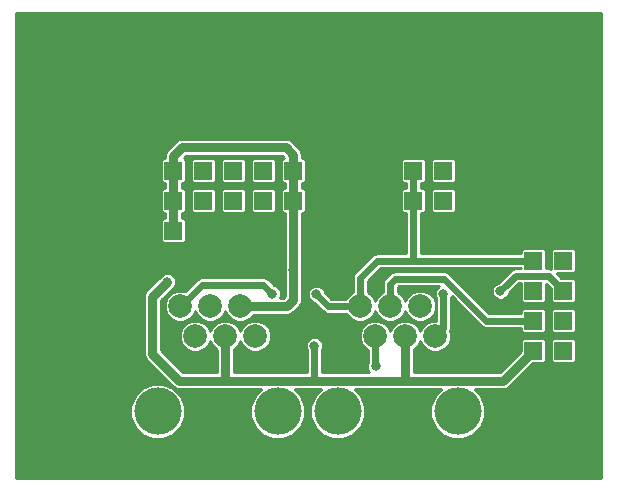
<source format=gbr>
G04 #@! TF.FileFunction,Copper,L1,Top,Signal*
%FSLAX46Y46*%
G04 Gerber Fmt 4.6, Leading zero omitted, Abs format (unit mm)*
G04 Created by KiCad (PCBNEW (2016-09-17 revision 679eef1)-makepkg) date 01/03/17 07:11:09*
%MOMM*%
%LPD*%
G01*
G04 APERTURE LIST*
%ADD10C,0.150000*%
%ADD11C,6.000000*%
%ADD12R,1.524000X1.524000*%
%ADD13C,4.000000*%
%ADD14C,2.000000*%
%ADD15C,0.800000*%
%ADD16C,0.200000*%
%ADD17C,0.600000*%
%ADD18C,0.800000*%
%ADD19C,0.254000*%
G04 APERTURE END LIST*
D10*
D11*
X45720000Y25400000D03*
X5080000Y25400000D03*
X5080000Y5080000D03*
X45720000Y5080000D03*
D12*
X13970000Y24130000D03*
X13970000Y26670000D03*
X16510000Y24130000D03*
X16510000Y26670000D03*
X19050000Y26670000D03*
X19050000Y24130000D03*
X21590000Y24130000D03*
X21590000Y26670000D03*
X24130000Y26670000D03*
X24130000Y24130000D03*
X34290000Y24130000D03*
X34290000Y26670000D03*
X36830000Y24130000D03*
X36830000Y26670000D03*
X11430000Y21590000D03*
X13970000Y21590000D03*
X44450000Y19050000D03*
X46990000Y19050000D03*
X44450000Y16510000D03*
X46990000Y16510000D03*
D13*
X27889200Y6286500D03*
X38049200Y6286500D03*
D14*
X33599200Y12646500D03*
X36139200Y12646500D03*
X31059200Y12646500D03*
X29789200Y15186500D03*
X32329200Y15186500D03*
X34869200Y15186500D03*
X19629200Y15186500D03*
X17089200Y15186500D03*
X14549200Y15186500D03*
X15819200Y12646500D03*
X20899200Y12646500D03*
X18359200Y12646500D03*
D13*
X22809200Y6286500D03*
X12649200Y6286500D03*
D12*
X46990000Y13970000D03*
X44450000Y13970000D03*
X44450000Y11430000D03*
X46990000Y11430000D03*
X3810000Y19050000D03*
X6350000Y19050000D03*
X3810000Y16510000D03*
X6350000Y16510000D03*
X3810000Y13970000D03*
X6350000Y13970000D03*
X3810000Y11430000D03*
X6350000Y11430000D03*
D15*
X29210000Y11938012D03*
X28194000Y11938006D03*
X27178000Y11938008D03*
X24130000Y11937998D03*
X23114000Y11937988D03*
X16256000Y10922000D03*
X16764000Y10160000D03*
X15494000Y10160000D03*
X14986000Y11176000D03*
X13716000Y11176000D03*
X14478000Y10414000D03*
X12192000Y9398000D03*
X25908000Y11839700D03*
X13462000Y17272000D03*
X26060400Y16205200D03*
X22352000Y16256000D03*
X24130000Y18273087D03*
X41656000Y16459200D03*
X36830000Y16256000D03*
X31089602Y10109200D03*
D16*
X27178000Y11938008D02*
X28193998Y11938008D01*
X28193998Y11938008D02*
X28194000Y11938006D01*
X24129990Y11937988D02*
X24130000Y11937998D01*
X23114000Y11937988D02*
X24129990Y11937988D01*
D17*
X16110001Y10776001D02*
X16256000Y10922000D01*
X15385999Y10776001D02*
X16110001Y10776001D01*
X14986000Y11176000D02*
X15385999Y10776001D01*
X15494000Y10160000D02*
X16764000Y10160000D01*
X14478000Y10414000D02*
X13716000Y11176000D01*
X5080000Y5080000D02*
X9398000Y9398000D01*
X9398000Y9398000D02*
X12192000Y9398000D01*
D18*
X33528000Y8886501D02*
X33524501Y8890000D01*
X33524501Y8890000D02*
X29467499Y8890000D01*
X29467499Y8890000D02*
X29464000Y8886501D01*
X29464000Y8886501D02*
X29721499Y8886501D01*
X29464000Y8886501D02*
X25908000Y8886501D01*
X25908000Y8886501D02*
X18288000Y8886501D01*
D17*
X25908000Y11839700D02*
X25908000Y11274015D01*
X25908000Y11274015D02*
X25908000Y8886501D01*
D18*
X41906501Y8886501D02*
X33528000Y8886501D01*
X33528000Y8886501D02*
X33599200Y8957701D01*
X33599200Y8957701D02*
X33599200Y12646500D01*
X18288000Y8886501D02*
X14481499Y8886501D01*
X18288000Y8886501D02*
X18359200Y8957701D01*
X18359200Y8957701D02*
X18359200Y12646500D01*
X44450000Y11430000D02*
X41906501Y8886501D01*
X12949199Y16759199D02*
X13462000Y17272000D01*
X14481499Y8886501D02*
X12192000Y11176000D01*
X12192000Y11176000D02*
X12192000Y16002000D01*
X12192000Y16002000D02*
X12949199Y16759199D01*
D17*
X44450000Y13970000D02*
X40448002Y13970000D01*
X36892002Y17526000D02*
X32766000Y17526000D01*
X40448002Y13970000D02*
X36892002Y17526000D01*
X32766000Y17526000D02*
X32329200Y17089200D01*
X32329200Y17089200D02*
X32329200Y15186500D01*
X26460399Y15805201D02*
X26060400Y16205200D01*
X27079100Y15186500D02*
X26460399Y15805201D01*
X29789200Y15186500D02*
X27079100Y15186500D01*
X14549200Y15186500D02*
X14576900Y15186500D01*
X14576900Y15186500D02*
X16408400Y17018000D01*
X16408400Y17018000D02*
X21590000Y17018000D01*
X21590000Y17018000D02*
X22352000Y16256000D01*
X44450000Y19050000D02*
X34290000Y19050000D01*
X34290000Y19050000D02*
X31242000Y19050000D01*
X34290000Y24130000D02*
X34290000Y19050000D01*
X34290000Y26670000D02*
X34290000Y24130000D01*
X29789200Y17597200D02*
X29789200Y15186500D01*
X31242000Y19050000D02*
X29789200Y17597200D01*
D18*
X13970000Y26670000D02*
X13970000Y27889200D01*
X13970000Y27889200D02*
X14732000Y28651200D01*
X14732000Y28651200D02*
X23469600Y28651200D01*
X23469600Y28651200D02*
X24130000Y27990800D01*
X24130000Y27990800D02*
X24130000Y26670000D01*
X23568500Y15186500D02*
X24130000Y15748000D01*
X24130000Y15748000D02*
X24130000Y18273087D01*
X19629200Y15186500D02*
X23568500Y15186500D01*
X13970000Y24130000D02*
X13970000Y26670000D01*
X13970000Y21590000D02*
X13970000Y24130000D01*
X24130000Y26670000D02*
X24130000Y24130000D01*
X24130000Y18273087D02*
X24130000Y22568000D01*
X24130000Y22568000D02*
X24130000Y24130000D01*
D17*
X42055999Y16859199D02*
X41656000Y16459200D01*
X45727999Y17772001D02*
X42968801Y17772001D01*
X46990000Y16510000D02*
X45727999Y17772001D01*
X42968801Y17772001D02*
X42055999Y16859199D01*
X36830000Y16256000D02*
X36830000Y13337300D01*
X36830000Y13337300D02*
X36139200Y12646500D01*
X31059200Y12646500D02*
X31059200Y10139602D01*
X31059200Y10139602D02*
X31089602Y10109200D01*
D19*
G36*
X50144000Y656000D02*
X656000Y656000D01*
X656000Y5825662D01*
X10321797Y5825662D01*
X10675315Y4970082D01*
X11329339Y4314915D01*
X12184300Y3959904D01*
X13110038Y3959097D01*
X13965618Y4312615D01*
X14620785Y4966639D01*
X14975796Y5821600D01*
X14976603Y6747338D01*
X14623085Y7602918D01*
X13969061Y8258085D01*
X13114100Y8613096D01*
X12188362Y8613903D01*
X11332782Y8260385D01*
X10677615Y7606361D01*
X10322604Y6751400D01*
X10321797Y5825662D01*
X656000Y5825662D01*
X656000Y16002000D01*
X11464999Y16002000D01*
X11465000Y16001995D01*
X11465000Y11176005D01*
X11464999Y11176000D01*
X11477616Y11112574D01*
X11520340Y10897789D01*
X11656010Y10694743D01*
X11677933Y10661933D01*
X13967430Y8372437D01*
X13967432Y8372434D01*
X14065019Y8307229D01*
X14203289Y8214840D01*
X14481499Y8159500D01*
X14481504Y8159501D01*
X18287995Y8159501D01*
X18288000Y8159500D01*
X18288005Y8159501D01*
X21391722Y8159501D01*
X20837615Y7606361D01*
X20482604Y6751400D01*
X20481797Y5825662D01*
X20835315Y4970082D01*
X21489339Y4314915D01*
X22344300Y3959904D01*
X23270038Y3959097D01*
X24125618Y4312615D01*
X24780785Y4966639D01*
X25135796Y5821600D01*
X25136603Y6747338D01*
X24783085Y7602918D01*
X24227473Y8159501D01*
X26471722Y8159501D01*
X25917615Y7606361D01*
X25562604Y6751400D01*
X25561797Y5825662D01*
X25915315Y4970082D01*
X26569339Y4314915D01*
X27424300Y3959904D01*
X28350038Y3959097D01*
X29205618Y4312615D01*
X29860785Y4966639D01*
X30215796Y5821600D01*
X30216603Y6747338D01*
X29863085Y7602918D01*
X29307473Y8159501D01*
X29463995Y8159501D01*
X29464000Y8159500D01*
X29464005Y8159501D01*
X29721499Y8159501D01*
X29739090Y8163000D01*
X33510405Y8163000D01*
X33528000Y8159500D01*
X33528005Y8159501D01*
X36631722Y8159501D01*
X36077615Y7606361D01*
X35722604Y6751400D01*
X35721797Y5825662D01*
X36075315Y4970082D01*
X36729339Y4314915D01*
X37584300Y3959904D01*
X38510038Y3959097D01*
X39365618Y4312615D01*
X40020785Y4966639D01*
X40375796Y5821600D01*
X40376603Y6747338D01*
X40023085Y7602918D01*
X39467473Y8159501D01*
X41906496Y8159501D01*
X41906501Y8159500D01*
X42138553Y8205659D01*
X42184712Y8214841D01*
X42420568Y8372434D01*
X42420569Y8372435D01*
X44382727Y10334594D01*
X45212000Y10334594D01*
X45339589Y10359973D01*
X45447754Y10432246D01*
X45520027Y10540411D01*
X45545406Y10668000D01*
X45545406Y12192000D01*
X45894594Y12192000D01*
X45894594Y10668000D01*
X45919973Y10540411D01*
X45992246Y10432246D01*
X46100411Y10359973D01*
X46228000Y10334594D01*
X47752000Y10334594D01*
X47879589Y10359973D01*
X47987754Y10432246D01*
X48060027Y10540411D01*
X48085406Y10668000D01*
X48085406Y12192000D01*
X48060027Y12319589D01*
X47987754Y12427754D01*
X47879589Y12500027D01*
X47752000Y12525406D01*
X46228000Y12525406D01*
X46100411Y12500027D01*
X45992246Y12427754D01*
X45919973Y12319589D01*
X45894594Y12192000D01*
X45545406Y12192000D01*
X45520027Y12319589D01*
X45447754Y12427754D01*
X45339589Y12500027D01*
X45212000Y12525406D01*
X43688000Y12525406D01*
X43560411Y12500027D01*
X43452246Y12427754D01*
X43379973Y12319589D01*
X43354594Y12192000D01*
X43354594Y11362727D01*
X41605367Y9613501D01*
X34326200Y9613501D01*
X34326200Y11511075D01*
X34349903Y11520869D01*
X34723519Y11893834D01*
X34869309Y12244933D01*
X35013569Y11895797D01*
X35386534Y11522181D01*
X35874085Y11319731D01*
X36401998Y11319271D01*
X36889903Y11520869D01*
X37263519Y11893834D01*
X37465969Y12381385D01*
X37466429Y12909298D01*
X37396576Y13078356D01*
X37409273Y13097358D01*
X37457000Y13337300D01*
X37457000Y15870235D01*
X37516871Y16014419D01*
X40004646Y13526644D01*
X40208059Y13390728D01*
X40448002Y13343000D01*
X43354594Y13343000D01*
X43354594Y13208000D01*
X43379973Y13080411D01*
X43452246Y12972246D01*
X43560411Y12899973D01*
X43688000Y12874594D01*
X45212000Y12874594D01*
X45339589Y12899973D01*
X45447754Y12972246D01*
X45520027Y13080411D01*
X45545406Y13208000D01*
X45545406Y14732000D01*
X45894594Y14732000D01*
X45894594Y13208000D01*
X45919973Y13080411D01*
X45992246Y12972246D01*
X46100411Y12899973D01*
X46228000Y12874594D01*
X47752000Y12874594D01*
X47879589Y12899973D01*
X47987754Y12972246D01*
X48060027Y13080411D01*
X48085406Y13208000D01*
X48085406Y14732000D01*
X48060027Y14859589D01*
X47987754Y14967754D01*
X47879589Y15040027D01*
X47752000Y15065406D01*
X46228000Y15065406D01*
X46100411Y15040027D01*
X45992246Y14967754D01*
X45919973Y14859589D01*
X45894594Y14732000D01*
X45545406Y14732000D01*
X45520027Y14859589D01*
X45447754Y14967754D01*
X45339589Y15040027D01*
X45212000Y15065406D01*
X43688000Y15065406D01*
X43560411Y15040027D01*
X43452246Y14967754D01*
X43379973Y14859589D01*
X43354594Y14732000D01*
X43354594Y14597000D01*
X40707714Y14597000D01*
X37335358Y17969356D01*
X37131945Y18105272D01*
X36892002Y18153000D01*
X32766000Y18153000D01*
X32526057Y18105272D01*
X32322644Y17969356D01*
X31885844Y17532556D01*
X31749928Y17329143D01*
X31702200Y17089200D01*
X31702200Y16363244D01*
X31578497Y16312131D01*
X31204881Y15939166D01*
X31059091Y15588067D01*
X30914831Y15937203D01*
X30541866Y16310819D01*
X30416200Y16363000D01*
X30416200Y17337488D01*
X31501712Y18423000D01*
X43354594Y18423000D01*
X43354594Y18399001D01*
X42968801Y18399001D01*
X42728859Y18351274D01*
X42525445Y18215357D01*
X41485422Y17175334D01*
X41244725Y17075880D01*
X41040039Y16871550D01*
X40929126Y16604444D01*
X40928874Y16315225D01*
X41039320Y16047925D01*
X41243650Y15843239D01*
X41510756Y15732326D01*
X41799975Y15732074D01*
X42067275Y15842520D01*
X42271961Y16046850D01*
X42372511Y16288999D01*
X43228513Y17145001D01*
X43354594Y17145001D01*
X43354594Y15748000D01*
X43379973Y15620411D01*
X43452246Y15512246D01*
X43560411Y15439973D01*
X43688000Y15414594D01*
X45212000Y15414594D01*
X45339589Y15439973D01*
X45447754Y15512246D01*
X45520027Y15620411D01*
X45545406Y15748000D01*
X45545406Y17067882D01*
X45894594Y16718694D01*
X45894594Y15748000D01*
X45919973Y15620411D01*
X45992246Y15512246D01*
X46100411Y15439973D01*
X46228000Y15414594D01*
X47752000Y15414594D01*
X47879589Y15439973D01*
X47987754Y15512246D01*
X48060027Y15620411D01*
X48085406Y15748000D01*
X48085406Y17272000D01*
X48060027Y17399589D01*
X47987754Y17507754D01*
X47879589Y17580027D01*
X47752000Y17605406D01*
X46781306Y17605406D01*
X46432118Y17954594D01*
X47752000Y17954594D01*
X47879589Y17979973D01*
X47987754Y18052246D01*
X48060027Y18160411D01*
X48085406Y18288000D01*
X48085406Y19812000D01*
X48060027Y19939589D01*
X47987754Y20047754D01*
X47879589Y20120027D01*
X47752000Y20145406D01*
X46228000Y20145406D01*
X46100411Y20120027D01*
X45992246Y20047754D01*
X45919973Y19939589D01*
X45894594Y19812000D01*
X45894594Y18365863D01*
X45727999Y18399001D01*
X45545406Y18399001D01*
X45545406Y19812000D01*
X45520027Y19939589D01*
X45447754Y20047754D01*
X45339589Y20120027D01*
X45212000Y20145406D01*
X43688000Y20145406D01*
X43560411Y20120027D01*
X43452246Y20047754D01*
X43379973Y19939589D01*
X43354594Y19812000D01*
X43354594Y19677000D01*
X34917000Y19677000D01*
X34917000Y23034594D01*
X35052000Y23034594D01*
X35179589Y23059973D01*
X35287754Y23132246D01*
X35360027Y23240411D01*
X35385406Y23368000D01*
X35385406Y24892000D01*
X35734594Y24892000D01*
X35734594Y23368000D01*
X35759973Y23240411D01*
X35832246Y23132246D01*
X35940411Y23059973D01*
X36068000Y23034594D01*
X37592000Y23034594D01*
X37719589Y23059973D01*
X37827754Y23132246D01*
X37900027Y23240411D01*
X37925406Y23368000D01*
X37925406Y24892000D01*
X37900027Y25019589D01*
X37827754Y25127754D01*
X37719589Y25200027D01*
X37592000Y25225406D01*
X36068000Y25225406D01*
X35940411Y25200027D01*
X35832246Y25127754D01*
X35759973Y25019589D01*
X35734594Y24892000D01*
X35385406Y24892000D01*
X35360027Y25019589D01*
X35287754Y25127754D01*
X35179589Y25200027D01*
X35052000Y25225406D01*
X34917000Y25225406D01*
X34917000Y25574594D01*
X35052000Y25574594D01*
X35179589Y25599973D01*
X35287754Y25672246D01*
X35360027Y25780411D01*
X35385406Y25908000D01*
X35385406Y27432000D01*
X35734594Y27432000D01*
X35734594Y25908000D01*
X35759973Y25780411D01*
X35832246Y25672246D01*
X35940411Y25599973D01*
X36068000Y25574594D01*
X37592000Y25574594D01*
X37719589Y25599973D01*
X37827754Y25672246D01*
X37900027Y25780411D01*
X37925406Y25908000D01*
X37925406Y27432000D01*
X37900027Y27559589D01*
X37827754Y27667754D01*
X37719589Y27740027D01*
X37592000Y27765406D01*
X36068000Y27765406D01*
X35940411Y27740027D01*
X35832246Y27667754D01*
X35759973Y27559589D01*
X35734594Y27432000D01*
X35385406Y27432000D01*
X35360027Y27559589D01*
X35287754Y27667754D01*
X35179589Y27740027D01*
X35052000Y27765406D01*
X33528000Y27765406D01*
X33400411Y27740027D01*
X33292246Y27667754D01*
X33219973Y27559589D01*
X33194594Y27432000D01*
X33194594Y25908000D01*
X33219973Y25780411D01*
X33292246Y25672246D01*
X33400411Y25599973D01*
X33528000Y25574594D01*
X33663000Y25574594D01*
X33663000Y25225406D01*
X33528000Y25225406D01*
X33400411Y25200027D01*
X33292246Y25127754D01*
X33219973Y25019589D01*
X33194594Y24892000D01*
X33194594Y23368000D01*
X33219973Y23240411D01*
X33292246Y23132246D01*
X33400411Y23059973D01*
X33528000Y23034594D01*
X33663000Y23034594D01*
X33663000Y19677000D01*
X31242000Y19677000D01*
X31002057Y19629272D01*
X30798644Y19493356D01*
X29345844Y18040556D01*
X29209928Y17837143D01*
X29162200Y17597200D01*
X29162200Y16363244D01*
X29038497Y16312131D01*
X28664881Y15939166D01*
X28612700Y15813500D01*
X27338812Y15813500D01*
X26776534Y16375778D01*
X26677080Y16616475D01*
X26472750Y16821161D01*
X26205644Y16932074D01*
X25916425Y16932326D01*
X25649125Y16821880D01*
X25444439Y16617550D01*
X25333526Y16350444D01*
X25333274Y16061225D01*
X25443720Y15793925D01*
X25648050Y15589239D01*
X25890199Y15488689D01*
X26635744Y14743144D01*
X26839157Y14607228D01*
X27079100Y14559500D01*
X28612456Y14559500D01*
X28663569Y14435797D01*
X29036534Y14062181D01*
X29524085Y13859731D01*
X30051998Y13859271D01*
X30539903Y14060869D01*
X30913519Y14433834D01*
X31059309Y14784933D01*
X31203569Y14435797D01*
X31576534Y14062181D01*
X32064085Y13859731D01*
X32591998Y13859271D01*
X33079903Y14060869D01*
X33453519Y14433834D01*
X33599309Y14784933D01*
X33743569Y14435797D01*
X34116534Y14062181D01*
X34604085Y13859731D01*
X35131998Y13859271D01*
X35619903Y14060869D01*
X35993519Y14433834D01*
X36195969Y14921385D01*
X36196429Y15449298D01*
X35994831Y15937203D01*
X35621866Y16310819D01*
X35134315Y16513269D01*
X34606402Y16513729D01*
X34118497Y16312131D01*
X33744881Y15939166D01*
X33599091Y15588067D01*
X33454831Y15937203D01*
X33081866Y16310819D01*
X32956200Y16363000D01*
X32956200Y16829488D01*
X33025712Y16899000D01*
X36482424Y16899000D01*
X36418725Y16872680D01*
X36214039Y16668350D01*
X36103126Y16401244D01*
X36102874Y16112025D01*
X36203000Y15869701D01*
X36203000Y13973444D01*
X35876402Y13973729D01*
X35388497Y13772131D01*
X35014881Y13399166D01*
X34869091Y13048067D01*
X34724831Y13397203D01*
X34351866Y13770819D01*
X33864315Y13973269D01*
X33336402Y13973729D01*
X32848497Y13772131D01*
X32474881Y13399166D01*
X32329091Y13048067D01*
X32184831Y13397203D01*
X31811866Y13770819D01*
X31324315Y13973269D01*
X30796402Y13973729D01*
X30308497Y13772131D01*
X29934881Y13399166D01*
X29732431Y12911615D01*
X29731971Y12383702D01*
X29933569Y11895797D01*
X30306534Y11522181D01*
X30432200Y11470000D01*
X30432200Y10421750D01*
X30362728Y10254444D01*
X30362476Y9965225D01*
X30472922Y9697925D01*
X30553706Y9617000D01*
X29467499Y9617000D01*
X29449908Y9613501D01*
X26535000Y9613501D01*
X26535000Y11453935D01*
X26634874Y11694456D01*
X26635126Y11983675D01*
X26524680Y12250975D01*
X26320350Y12455661D01*
X26053244Y12566574D01*
X25764025Y12566826D01*
X25496725Y12456380D01*
X25292039Y12252050D01*
X25181126Y11984944D01*
X25180874Y11695725D01*
X25281000Y11453401D01*
X25281000Y9613501D01*
X19086200Y9613501D01*
X19086200Y11511075D01*
X19109903Y11520869D01*
X19483519Y11893834D01*
X19629309Y12244933D01*
X19773569Y11895797D01*
X20146534Y11522181D01*
X20634085Y11319731D01*
X21161998Y11319271D01*
X21649903Y11520869D01*
X22023519Y11893834D01*
X22225969Y12381385D01*
X22226429Y12909298D01*
X22024831Y13397203D01*
X21651866Y13770819D01*
X21164315Y13973269D01*
X20636402Y13973729D01*
X20148497Y13772131D01*
X19774881Y13399166D01*
X19629091Y13048067D01*
X19484831Y13397203D01*
X19111866Y13770819D01*
X18624315Y13973269D01*
X18096402Y13973729D01*
X17608497Y13772131D01*
X17234881Y13399166D01*
X17089091Y13048067D01*
X16944831Y13397203D01*
X16571866Y13770819D01*
X16084315Y13973269D01*
X15556402Y13973729D01*
X15068497Y13772131D01*
X14694881Y13399166D01*
X14492431Y12911615D01*
X14491971Y12383702D01*
X14693569Y11895797D01*
X15066534Y11522181D01*
X15554085Y11319731D01*
X16081998Y11319271D01*
X16569903Y11520869D01*
X16943519Y11893834D01*
X17089309Y12244933D01*
X17233569Y11895797D01*
X17606534Y11522181D01*
X17632200Y11511523D01*
X17632200Y9613501D01*
X14782632Y9613501D01*
X12919000Y11477134D01*
X12919000Y15700866D01*
X13976067Y16757933D01*
X13976067Y16757934D01*
X14077961Y16859650D01*
X14188874Y17126756D01*
X14189126Y17415975D01*
X14078680Y17683275D01*
X13874350Y17887961D01*
X13607244Y17998874D01*
X13318025Y17999126D01*
X13050725Y17888680D01*
X12846039Y17684350D01*
X12845913Y17684047D01*
X11677933Y16516067D01*
X11520340Y16280211D01*
X11516731Y16262067D01*
X11464999Y16002000D01*
X656000Y16002000D01*
X656000Y27432000D01*
X12874594Y27432000D01*
X12874594Y25908000D01*
X12899973Y25780411D01*
X12972246Y25672246D01*
X13080411Y25599973D01*
X13208000Y25574594D01*
X13243000Y25574594D01*
X13243000Y25225406D01*
X13208000Y25225406D01*
X13080411Y25200027D01*
X12972246Y25127754D01*
X12899973Y25019589D01*
X12874594Y24892000D01*
X12874594Y23368000D01*
X12899973Y23240411D01*
X12972246Y23132246D01*
X13080411Y23059973D01*
X13208000Y23034594D01*
X13243000Y23034594D01*
X13243000Y22685406D01*
X13208000Y22685406D01*
X13080411Y22660027D01*
X12972246Y22587754D01*
X12899973Y22479589D01*
X12874594Y22352000D01*
X12874594Y20828000D01*
X12899973Y20700411D01*
X12972246Y20592246D01*
X13080411Y20519973D01*
X13208000Y20494594D01*
X14732000Y20494594D01*
X14859589Y20519973D01*
X14967754Y20592246D01*
X15040027Y20700411D01*
X15065406Y20828000D01*
X15065406Y22352000D01*
X15040027Y22479589D01*
X14967754Y22587754D01*
X14859589Y22660027D01*
X14732000Y22685406D01*
X14697000Y22685406D01*
X14697000Y23034594D01*
X14732000Y23034594D01*
X14859589Y23059973D01*
X14967754Y23132246D01*
X15040027Y23240411D01*
X15065406Y23368000D01*
X15065406Y24892000D01*
X15414594Y24892000D01*
X15414594Y23368000D01*
X15439973Y23240411D01*
X15512246Y23132246D01*
X15620411Y23059973D01*
X15748000Y23034594D01*
X17272000Y23034594D01*
X17399589Y23059973D01*
X17507754Y23132246D01*
X17580027Y23240411D01*
X17605406Y23368000D01*
X17605406Y24892000D01*
X17954594Y24892000D01*
X17954594Y23368000D01*
X17979973Y23240411D01*
X18052246Y23132246D01*
X18160411Y23059973D01*
X18288000Y23034594D01*
X19812000Y23034594D01*
X19939589Y23059973D01*
X20047754Y23132246D01*
X20120027Y23240411D01*
X20145406Y23368000D01*
X20145406Y24892000D01*
X20494594Y24892000D01*
X20494594Y23368000D01*
X20519973Y23240411D01*
X20592246Y23132246D01*
X20700411Y23059973D01*
X20828000Y23034594D01*
X22352000Y23034594D01*
X22479589Y23059973D01*
X22587754Y23132246D01*
X22660027Y23240411D01*
X22685406Y23368000D01*
X22685406Y24892000D01*
X22660027Y25019589D01*
X22587754Y25127754D01*
X22479589Y25200027D01*
X22352000Y25225406D01*
X20828000Y25225406D01*
X20700411Y25200027D01*
X20592246Y25127754D01*
X20519973Y25019589D01*
X20494594Y24892000D01*
X20145406Y24892000D01*
X20120027Y25019589D01*
X20047754Y25127754D01*
X19939589Y25200027D01*
X19812000Y25225406D01*
X18288000Y25225406D01*
X18160411Y25200027D01*
X18052246Y25127754D01*
X17979973Y25019589D01*
X17954594Y24892000D01*
X17605406Y24892000D01*
X17580027Y25019589D01*
X17507754Y25127754D01*
X17399589Y25200027D01*
X17272000Y25225406D01*
X15748000Y25225406D01*
X15620411Y25200027D01*
X15512246Y25127754D01*
X15439973Y25019589D01*
X15414594Y24892000D01*
X15065406Y24892000D01*
X15040027Y25019589D01*
X14967754Y25127754D01*
X14859589Y25200027D01*
X14732000Y25225406D01*
X14697000Y25225406D01*
X14697000Y25574594D01*
X14732000Y25574594D01*
X14859589Y25599973D01*
X14967754Y25672246D01*
X15040027Y25780411D01*
X15065406Y25908000D01*
X15065406Y27432000D01*
X15414594Y27432000D01*
X15414594Y25908000D01*
X15439973Y25780411D01*
X15512246Y25672246D01*
X15620411Y25599973D01*
X15748000Y25574594D01*
X17272000Y25574594D01*
X17399589Y25599973D01*
X17507754Y25672246D01*
X17580027Y25780411D01*
X17605406Y25908000D01*
X17605406Y27432000D01*
X17954594Y27432000D01*
X17954594Y25908000D01*
X17979973Y25780411D01*
X18052246Y25672246D01*
X18160411Y25599973D01*
X18288000Y25574594D01*
X19812000Y25574594D01*
X19939589Y25599973D01*
X20047754Y25672246D01*
X20120027Y25780411D01*
X20145406Y25908000D01*
X20145406Y27432000D01*
X20494594Y27432000D01*
X20494594Y25908000D01*
X20519973Y25780411D01*
X20592246Y25672246D01*
X20700411Y25599973D01*
X20828000Y25574594D01*
X22352000Y25574594D01*
X22479589Y25599973D01*
X22587754Y25672246D01*
X22660027Y25780411D01*
X22685406Y25908000D01*
X22685406Y27432000D01*
X22660027Y27559589D01*
X22587754Y27667754D01*
X22479589Y27740027D01*
X22352000Y27765406D01*
X20828000Y27765406D01*
X20700411Y27740027D01*
X20592246Y27667754D01*
X20519973Y27559589D01*
X20494594Y27432000D01*
X20145406Y27432000D01*
X20120027Y27559589D01*
X20047754Y27667754D01*
X19939589Y27740027D01*
X19812000Y27765406D01*
X18288000Y27765406D01*
X18160411Y27740027D01*
X18052246Y27667754D01*
X17979973Y27559589D01*
X17954594Y27432000D01*
X17605406Y27432000D01*
X17580027Y27559589D01*
X17507754Y27667754D01*
X17399589Y27740027D01*
X17272000Y27765406D01*
X15748000Y27765406D01*
X15620411Y27740027D01*
X15512246Y27667754D01*
X15439973Y27559589D01*
X15414594Y27432000D01*
X15065406Y27432000D01*
X15040027Y27559589D01*
X14967754Y27667754D01*
X14859589Y27740027D01*
X14850724Y27741790D01*
X15033133Y27924200D01*
X23168466Y27924200D01*
X23334020Y27758647D01*
X23240411Y27740027D01*
X23132246Y27667754D01*
X23059973Y27559589D01*
X23034594Y27432000D01*
X23034594Y25908000D01*
X23059973Y25780411D01*
X23132246Y25672246D01*
X23240411Y25599973D01*
X23368000Y25574594D01*
X23403000Y25574594D01*
X23403000Y25225406D01*
X23368000Y25225406D01*
X23240411Y25200027D01*
X23132246Y25127754D01*
X23059973Y25019589D01*
X23034594Y24892000D01*
X23034594Y23368000D01*
X23059973Y23240411D01*
X23132246Y23132246D01*
X23240411Y23059973D01*
X23368000Y23034594D01*
X23403000Y23034594D01*
X23403000Y18273722D01*
X23402874Y18129112D01*
X23403000Y18128807D01*
X23403000Y16049134D01*
X23267366Y15913500D01*
X22996965Y15913500D01*
X23078874Y16110756D01*
X23079126Y16399975D01*
X22968680Y16667275D01*
X22764350Y16871961D01*
X22522201Y16972511D01*
X22033356Y17461356D01*
X21936609Y17526000D01*
X21829943Y17597272D01*
X21590000Y17645000D01*
X16408400Y17645000D01*
X16168457Y17597272D01*
X16061791Y17526000D01*
X15965044Y17461356D01*
X14957501Y16453813D01*
X14814315Y16513269D01*
X14286402Y16513729D01*
X13798497Y16312131D01*
X13424881Y15939166D01*
X13222431Y15451615D01*
X13221971Y14923702D01*
X13423569Y14435797D01*
X13796534Y14062181D01*
X14284085Y13859731D01*
X14811998Y13859271D01*
X15299903Y14060869D01*
X15673519Y14433834D01*
X15819309Y14784933D01*
X15963569Y14435797D01*
X16336534Y14062181D01*
X16824085Y13859731D01*
X17351998Y13859271D01*
X17839903Y14060869D01*
X18213519Y14433834D01*
X18359309Y14784933D01*
X18503569Y14435797D01*
X18876534Y14062181D01*
X19364085Y13859731D01*
X19891998Y13859271D01*
X20379903Y14060869D01*
X20753519Y14433834D01*
X20764177Y14459500D01*
X23568495Y14459500D01*
X23568500Y14459499D01*
X23800552Y14505658D01*
X23846711Y14514840D01*
X24082567Y14672433D01*
X24644067Y15233933D01*
X24671506Y15274999D01*
X24801660Y15469789D01*
X24813463Y15529126D01*
X24857001Y15748000D01*
X24857000Y15748005D01*
X24857000Y18272453D01*
X24857126Y18417062D01*
X24857000Y18417367D01*
X24857000Y23034594D01*
X24892000Y23034594D01*
X25019589Y23059973D01*
X25127754Y23132246D01*
X25200027Y23240411D01*
X25225406Y23368000D01*
X25225406Y24892000D01*
X25200027Y25019589D01*
X25127754Y25127754D01*
X25019589Y25200027D01*
X24892000Y25225406D01*
X24857000Y25225406D01*
X24857000Y25574594D01*
X24892000Y25574594D01*
X25019589Y25599973D01*
X25127754Y25672246D01*
X25200027Y25780411D01*
X25225406Y25908000D01*
X25225406Y27432000D01*
X25200027Y27559589D01*
X25127754Y27667754D01*
X25019589Y27740027D01*
X24892000Y27765406D01*
X24857000Y27765406D01*
X24857000Y27990795D01*
X24857001Y27990800D01*
X24801660Y28269010D01*
X24801660Y28269011D01*
X24644067Y28504867D01*
X24644064Y28504869D01*
X23983667Y29165267D01*
X23747811Y29322860D01*
X23701652Y29332042D01*
X23469600Y29378201D01*
X23469595Y29378200D01*
X14732005Y29378200D01*
X14732000Y29378201D01*
X14499948Y29332042D01*
X14453789Y29322860D01*
X14217933Y29165267D01*
X14217931Y29165264D01*
X13455933Y28403267D01*
X13298340Y28167411D01*
X13292317Y28137133D01*
X13242999Y27889200D01*
X13243000Y27889195D01*
X13243000Y27765406D01*
X13208000Y27765406D01*
X13080411Y27740027D01*
X12972246Y27667754D01*
X12899973Y27559589D01*
X12874594Y27432000D01*
X656000Y27432000D01*
X656000Y39984000D01*
X50144000Y39984000D01*
X50144000Y656000D01*
X50144000Y656000D01*
G37*
X50144000Y656000D02*
X656000Y656000D01*
X656000Y5825662D01*
X10321797Y5825662D01*
X10675315Y4970082D01*
X11329339Y4314915D01*
X12184300Y3959904D01*
X13110038Y3959097D01*
X13965618Y4312615D01*
X14620785Y4966639D01*
X14975796Y5821600D01*
X14976603Y6747338D01*
X14623085Y7602918D01*
X13969061Y8258085D01*
X13114100Y8613096D01*
X12188362Y8613903D01*
X11332782Y8260385D01*
X10677615Y7606361D01*
X10322604Y6751400D01*
X10321797Y5825662D01*
X656000Y5825662D01*
X656000Y16002000D01*
X11464999Y16002000D01*
X11465000Y16001995D01*
X11465000Y11176005D01*
X11464999Y11176000D01*
X11477616Y11112574D01*
X11520340Y10897789D01*
X11656010Y10694743D01*
X11677933Y10661933D01*
X13967430Y8372437D01*
X13967432Y8372434D01*
X14065019Y8307229D01*
X14203289Y8214840D01*
X14481499Y8159500D01*
X14481504Y8159501D01*
X18287995Y8159501D01*
X18288000Y8159500D01*
X18288005Y8159501D01*
X21391722Y8159501D01*
X20837615Y7606361D01*
X20482604Y6751400D01*
X20481797Y5825662D01*
X20835315Y4970082D01*
X21489339Y4314915D01*
X22344300Y3959904D01*
X23270038Y3959097D01*
X24125618Y4312615D01*
X24780785Y4966639D01*
X25135796Y5821600D01*
X25136603Y6747338D01*
X24783085Y7602918D01*
X24227473Y8159501D01*
X26471722Y8159501D01*
X25917615Y7606361D01*
X25562604Y6751400D01*
X25561797Y5825662D01*
X25915315Y4970082D01*
X26569339Y4314915D01*
X27424300Y3959904D01*
X28350038Y3959097D01*
X29205618Y4312615D01*
X29860785Y4966639D01*
X30215796Y5821600D01*
X30216603Y6747338D01*
X29863085Y7602918D01*
X29307473Y8159501D01*
X29463995Y8159501D01*
X29464000Y8159500D01*
X29464005Y8159501D01*
X29721499Y8159501D01*
X29739090Y8163000D01*
X33510405Y8163000D01*
X33528000Y8159500D01*
X33528005Y8159501D01*
X36631722Y8159501D01*
X36077615Y7606361D01*
X35722604Y6751400D01*
X35721797Y5825662D01*
X36075315Y4970082D01*
X36729339Y4314915D01*
X37584300Y3959904D01*
X38510038Y3959097D01*
X39365618Y4312615D01*
X40020785Y4966639D01*
X40375796Y5821600D01*
X40376603Y6747338D01*
X40023085Y7602918D01*
X39467473Y8159501D01*
X41906496Y8159501D01*
X41906501Y8159500D01*
X42138553Y8205659D01*
X42184712Y8214841D01*
X42420568Y8372434D01*
X42420569Y8372435D01*
X44382727Y10334594D01*
X45212000Y10334594D01*
X45339589Y10359973D01*
X45447754Y10432246D01*
X45520027Y10540411D01*
X45545406Y10668000D01*
X45545406Y12192000D01*
X45894594Y12192000D01*
X45894594Y10668000D01*
X45919973Y10540411D01*
X45992246Y10432246D01*
X46100411Y10359973D01*
X46228000Y10334594D01*
X47752000Y10334594D01*
X47879589Y10359973D01*
X47987754Y10432246D01*
X48060027Y10540411D01*
X48085406Y10668000D01*
X48085406Y12192000D01*
X48060027Y12319589D01*
X47987754Y12427754D01*
X47879589Y12500027D01*
X47752000Y12525406D01*
X46228000Y12525406D01*
X46100411Y12500027D01*
X45992246Y12427754D01*
X45919973Y12319589D01*
X45894594Y12192000D01*
X45545406Y12192000D01*
X45520027Y12319589D01*
X45447754Y12427754D01*
X45339589Y12500027D01*
X45212000Y12525406D01*
X43688000Y12525406D01*
X43560411Y12500027D01*
X43452246Y12427754D01*
X43379973Y12319589D01*
X43354594Y12192000D01*
X43354594Y11362727D01*
X41605367Y9613501D01*
X34326200Y9613501D01*
X34326200Y11511075D01*
X34349903Y11520869D01*
X34723519Y11893834D01*
X34869309Y12244933D01*
X35013569Y11895797D01*
X35386534Y11522181D01*
X35874085Y11319731D01*
X36401998Y11319271D01*
X36889903Y11520869D01*
X37263519Y11893834D01*
X37465969Y12381385D01*
X37466429Y12909298D01*
X37396576Y13078356D01*
X37409273Y13097358D01*
X37457000Y13337300D01*
X37457000Y15870235D01*
X37516871Y16014419D01*
X40004646Y13526644D01*
X40208059Y13390728D01*
X40448002Y13343000D01*
X43354594Y13343000D01*
X43354594Y13208000D01*
X43379973Y13080411D01*
X43452246Y12972246D01*
X43560411Y12899973D01*
X43688000Y12874594D01*
X45212000Y12874594D01*
X45339589Y12899973D01*
X45447754Y12972246D01*
X45520027Y13080411D01*
X45545406Y13208000D01*
X45545406Y14732000D01*
X45894594Y14732000D01*
X45894594Y13208000D01*
X45919973Y13080411D01*
X45992246Y12972246D01*
X46100411Y12899973D01*
X46228000Y12874594D01*
X47752000Y12874594D01*
X47879589Y12899973D01*
X47987754Y12972246D01*
X48060027Y13080411D01*
X48085406Y13208000D01*
X48085406Y14732000D01*
X48060027Y14859589D01*
X47987754Y14967754D01*
X47879589Y15040027D01*
X47752000Y15065406D01*
X46228000Y15065406D01*
X46100411Y15040027D01*
X45992246Y14967754D01*
X45919973Y14859589D01*
X45894594Y14732000D01*
X45545406Y14732000D01*
X45520027Y14859589D01*
X45447754Y14967754D01*
X45339589Y15040027D01*
X45212000Y15065406D01*
X43688000Y15065406D01*
X43560411Y15040027D01*
X43452246Y14967754D01*
X43379973Y14859589D01*
X43354594Y14732000D01*
X43354594Y14597000D01*
X40707714Y14597000D01*
X37335358Y17969356D01*
X37131945Y18105272D01*
X36892002Y18153000D01*
X32766000Y18153000D01*
X32526057Y18105272D01*
X32322644Y17969356D01*
X31885844Y17532556D01*
X31749928Y17329143D01*
X31702200Y17089200D01*
X31702200Y16363244D01*
X31578497Y16312131D01*
X31204881Y15939166D01*
X31059091Y15588067D01*
X30914831Y15937203D01*
X30541866Y16310819D01*
X30416200Y16363000D01*
X30416200Y17337488D01*
X31501712Y18423000D01*
X43354594Y18423000D01*
X43354594Y18399001D01*
X42968801Y18399001D01*
X42728859Y18351274D01*
X42525445Y18215357D01*
X41485422Y17175334D01*
X41244725Y17075880D01*
X41040039Y16871550D01*
X40929126Y16604444D01*
X40928874Y16315225D01*
X41039320Y16047925D01*
X41243650Y15843239D01*
X41510756Y15732326D01*
X41799975Y15732074D01*
X42067275Y15842520D01*
X42271961Y16046850D01*
X42372511Y16288999D01*
X43228513Y17145001D01*
X43354594Y17145001D01*
X43354594Y15748000D01*
X43379973Y15620411D01*
X43452246Y15512246D01*
X43560411Y15439973D01*
X43688000Y15414594D01*
X45212000Y15414594D01*
X45339589Y15439973D01*
X45447754Y15512246D01*
X45520027Y15620411D01*
X45545406Y15748000D01*
X45545406Y17067882D01*
X45894594Y16718694D01*
X45894594Y15748000D01*
X45919973Y15620411D01*
X45992246Y15512246D01*
X46100411Y15439973D01*
X46228000Y15414594D01*
X47752000Y15414594D01*
X47879589Y15439973D01*
X47987754Y15512246D01*
X48060027Y15620411D01*
X48085406Y15748000D01*
X48085406Y17272000D01*
X48060027Y17399589D01*
X47987754Y17507754D01*
X47879589Y17580027D01*
X47752000Y17605406D01*
X46781306Y17605406D01*
X46432118Y17954594D01*
X47752000Y17954594D01*
X47879589Y17979973D01*
X47987754Y18052246D01*
X48060027Y18160411D01*
X48085406Y18288000D01*
X48085406Y19812000D01*
X48060027Y19939589D01*
X47987754Y20047754D01*
X47879589Y20120027D01*
X47752000Y20145406D01*
X46228000Y20145406D01*
X46100411Y20120027D01*
X45992246Y20047754D01*
X45919973Y19939589D01*
X45894594Y19812000D01*
X45894594Y18365863D01*
X45727999Y18399001D01*
X45545406Y18399001D01*
X45545406Y19812000D01*
X45520027Y19939589D01*
X45447754Y20047754D01*
X45339589Y20120027D01*
X45212000Y20145406D01*
X43688000Y20145406D01*
X43560411Y20120027D01*
X43452246Y20047754D01*
X43379973Y19939589D01*
X43354594Y19812000D01*
X43354594Y19677000D01*
X34917000Y19677000D01*
X34917000Y23034594D01*
X35052000Y23034594D01*
X35179589Y23059973D01*
X35287754Y23132246D01*
X35360027Y23240411D01*
X35385406Y23368000D01*
X35385406Y24892000D01*
X35734594Y24892000D01*
X35734594Y23368000D01*
X35759973Y23240411D01*
X35832246Y23132246D01*
X35940411Y23059973D01*
X36068000Y23034594D01*
X37592000Y23034594D01*
X37719589Y23059973D01*
X37827754Y23132246D01*
X37900027Y23240411D01*
X37925406Y23368000D01*
X37925406Y24892000D01*
X37900027Y25019589D01*
X37827754Y25127754D01*
X37719589Y25200027D01*
X37592000Y25225406D01*
X36068000Y25225406D01*
X35940411Y25200027D01*
X35832246Y25127754D01*
X35759973Y25019589D01*
X35734594Y24892000D01*
X35385406Y24892000D01*
X35360027Y25019589D01*
X35287754Y25127754D01*
X35179589Y25200027D01*
X35052000Y25225406D01*
X34917000Y25225406D01*
X34917000Y25574594D01*
X35052000Y25574594D01*
X35179589Y25599973D01*
X35287754Y25672246D01*
X35360027Y25780411D01*
X35385406Y25908000D01*
X35385406Y27432000D01*
X35734594Y27432000D01*
X35734594Y25908000D01*
X35759973Y25780411D01*
X35832246Y25672246D01*
X35940411Y25599973D01*
X36068000Y25574594D01*
X37592000Y25574594D01*
X37719589Y25599973D01*
X37827754Y25672246D01*
X37900027Y25780411D01*
X37925406Y25908000D01*
X37925406Y27432000D01*
X37900027Y27559589D01*
X37827754Y27667754D01*
X37719589Y27740027D01*
X37592000Y27765406D01*
X36068000Y27765406D01*
X35940411Y27740027D01*
X35832246Y27667754D01*
X35759973Y27559589D01*
X35734594Y27432000D01*
X35385406Y27432000D01*
X35360027Y27559589D01*
X35287754Y27667754D01*
X35179589Y27740027D01*
X35052000Y27765406D01*
X33528000Y27765406D01*
X33400411Y27740027D01*
X33292246Y27667754D01*
X33219973Y27559589D01*
X33194594Y27432000D01*
X33194594Y25908000D01*
X33219973Y25780411D01*
X33292246Y25672246D01*
X33400411Y25599973D01*
X33528000Y25574594D01*
X33663000Y25574594D01*
X33663000Y25225406D01*
X33528000Y25225406D01*
X33400411Y25200027D01*
X33292246Y25127754D01*
X33219973Y25019589D01*
X33194594Y24892000D01*
X33194594Y23368000D01*
X33219973Y23240411D01*
X33292246Y23132246D01*
X33400411Y23059973D01*
X33528000Y23034594D01*
X33663000Y23034594D01*
X33663000Y19677000D01*
X31242000Y19677000D01*
X31002057Y19629272D01*
X30798644Y19493356D01*
X29345844Y18040556D01*
X29209928Y17837143D01*
X29162200Y17597200D01*
X29162200Y16363244D01*
X29038497Y16312131D01*
X28664881Y15939166D01*
X28612700Y15813500D01*
X27338812Y15813500D01*
X26776534Y16375778D01*
X26677080Y16616475D01*
X26472750Y16821161D01*
X26205644Y16932074D01*
X25916425Y16932326D01*
X25649125Y16821880D01*
X25444439Y16617550D01*
X25333526Y16350444D01*
X25333274Y16061225D01*
X25443720Y15793925D01*
X25648050Y15589239D01*
X25890199Y15488689D01*
X26635744Y14743144D01*
X26839157Y14607228D01*
X27079100Y14559500D01*
X28612456Y14559500D01*
X28663569Y14435797D01*
X29036534Y14062181D01*
X29524085Y13859731D01*
X30051998Y13859271D01*
X30539903Y14060869D01*
X30913519Y14433834D01*
X31059309Y14784933D01*
X31203569Y14435797D01*
X31576534Y14062181D01*
X32064085Y13859731D01*
X32591998Y13859271D01*
X33079903Y14060869D01*
X33453519Y14433834D01*
X33599309Y14784933D01*
X33743569Y14435797D01*
X34116534Y14062181D01*
X34604085Y13859731D01*
X35131998Y13859271D01*
X35619903Y14060869D01*
X35993519Y14433834D01*
X36195969Y14921385D01*
X36196429Y15449298D01*
X35994831Y15937203D01*
X35621866Y16310819D01*
X35134315Y16513269D01*
X34606402Y16513729D01*
X34118497Y16312131D01*
X33744881Y15939166D01*
X33599091Y15588067D01*
X33454831Y15937203D01*
X33081866Y16310819D01*
X32956200Y16363000D01*
X32956200Y16829488D01*
X33025712Y16899000D01*
X36482424Y16899000D01*
X36418725Y16872680D01*
X36214039Y16668350D01*
X36103126Y16401244D01*
X36102874Y16112025D01*
X36203000Y15869701D01*
X36203000Y13973444D01*
X35876402Y13973729D01*
X35388497Y13772131D01*
X35014881Y13399166D01*
X34869091Y13048067D01*
X34724831Y13397203D01*
X34351866Y13770819D01*
X33864315Y13973269D01*
X33336402Y13973729D01*
X32848497Y13772131D01*
X32474881Y13399166D01*
X32329091Y13048067D01*
X32184831Y13397203D01*
X31811866Y13770819D01*
X31324315Y13973269D01*
X30796402Y13973729D01*
X30308497Y13772131D01*
X29934881Y13399166D01*
X29732431Y12911615D01*
X29731971Y12383702D01*
X29933569Y11895797D01*
X30306534Y11522181D01*
X30432200Y11470000D01*
X30432200Y10421750D01*
X30362728Y10254444D01*
X30362476Y9965225D01*
X30472922Y9697925D01*
X30553706Y9617000D01*
X29467499Y9617000D01*
X29449908Y9613501D01*
X26535000Y9613501D01*
X26535000Y11453935D01*
X26634874Y11694456D01*
X26635126Y11983675D01*
X26524680Y12250975D01*
X26320350Y12455661D01*
X26053244Y12566574D01*
X25764025Y12566826D01*
X25496725Y12456380D01*
X25292039Y12252050D01*
X25181126Y11984944D01*
X25180874Y11695725D01*
X25281000Y11453401D01*
X25281000Y9613501D01*
X19086200Y9613501D01*
X19086200Y11511075D01*
X19109903Y11520869D01*
X19483519Y11893834D01*
X19629309Y12244933D01*
X19773569Y11895797D01*
X20146534Y11522181D01*
X20634085Y11319731D01*
X21161998Y11319271D01*
X21649903Y11520869D01*
X22023519Y11893834D01*
X22225969Y12381385D01*
X22226429Y12909298D01*
X22024831Y13397203D01*
X21651866Y13770819D01*
X21164315Y13973269D01*
X20636402Y13973729D01*
X20148497Y13772131D01*
X19774881Y13399166D01*
X19629091Y13048067D01*
X19484831Y13397203D01*
X19111866Y13770819D01*
X18624315Y13973269D01*
X18096402Y13973729D01*
X17608497Y13772131D01*
X17234881Y13399166D01*
X17089091Y13048067D01*
X16944831Y13397203D01*
X16571866Y13770819D01*
X16084315Y13973269D01*
X15556402Y13973729D01*
X15068497Y13772131D01*
X14694881Y13399166D01*
X14492431Y12911615D01*
X14491971Y12383702D01*
X14693569Y11895797D01*
X15066534Y11522181D01*
X15554085Y11319731D01*
X16081998Y11319271D01*
X16569903Y11520869D01*
X16943519Y11893834D01*
X17089309Y12244933D01*
X17233569Y11895797D01*
X17606534Y11522181D01*
X17632200Y11511523D01*
X17632200Y9613501D01*
X14782632Y9613501D01*
X12919000Y11477134D01*
X12919000Y15700866D01*
X13976067Y16757933D01*
X13976067Y16757934D01*
X14077961Y16859650D01*
X14188874Y17126756D01*
X14189126Y17415975D01*
X14078680Y17683275D01*
X13874350Y17887961D01*
X13607244Y17998874D01*
X13318025Y17999126D01*
X13050725Y17888680D01*
X12846039Y17684350D01*
X12845913Y17684047D01*
X11677933Y16516067D01*
X11520340Y16280211D01*
X11516731Y16262067D01*
X11464999Y16002000D01*
X656000Y16002000D01*
X656000Y27432000D01*
X12874594Y27432000D01*
X12874594Y25908000D01*
X12899973Y25780411D01*
X12972246Y25672246D01*
X13080411Y25599973D01*
X13208000Y25574594D01*
X13243000Y25574594D01*
X13243000Y25225406D01*
X13208000Y25225406D01*
X13080411Y25200027D01*
X12972246Y25127754D01*
X12899973Y25019589D01*
X12874594Y24892000D01*
X12874594Y23368000D01*
X12899973Y23240411D01*
X12972246Y23132246D01*
X13080411Y23059973D01*
X13208000Y23034594D01*
X13243000Y23034594D01*
X13243000Y22685406D01*
X13208000Y22685406D01*
X13080411Y22660027D01*
X12972246Y22587754D01*
X12899973Y22479589D01*
X12874594Y22352000D01*
X12874594Y20828000D01*
X12899973Y20700411D01*
X12972246Y20592246D01*
X13080411Y20519973D01*
X13208000Y20494594D01*
X14732000Y20494594D01*
X14859589Y20519973D01*
X14967754Y20592246D01*
X15040027Y20700411D01*
X15065406Y20828000D01*
X15065406Y22352000D01*
X15040027Y22479589D01*
X14967754Y22587754D01*
X14859589Y22660027D01*
X14732000Y22685406D01*
X14697000Y22685406D01*
X14697000Y23034594D01*
X14732000Y23034594D01*
X14859589Y23059973D01*
X14967754Y23132246D01*
X15040027Y23240411D01*
X15065406Y23368000D01*
X15065406Y24892000D01*
X15414594Y24892000D01*
X15414594Y23368000D01*
X15439973Y23240411D01*
X15512246Y23132246D01*
X15620411Y23059973D01*
X15748000Y23034594D01*
X17272000Y23034594D01*
X17399589Y23059973D01*
X17507754Y23132246D01*
X17580027Y23240411D01*
X17605406Y23368000D01*
X17605406Y24892000D01*
X17954594Y24892000D01*
X17954594Y23368000D01*
X17979973Y23240411D01*
X18052246Y23132246D01*
X18160411Y23059973D01*
X18288000Y23034594D01*
X19812000Y23034594D01*
X19939589Y23059973D01*
X20047754Y23132246D01*
X20120027Y23240411D01*
X20145406Y23368000D01*
X20145406Y24892000D01*
X20494594Y24892000D01*
X20494594Y23368000D01*
X20519973Y23240411D01*
X20592246Y23132246D01*
X20700411Y23059973D01*
X20828000Y23034594D01*
X22352000Y23034594D01*
X22479589Y23059973D01*
X22587754Y23132246D01*
X22660027Y23240411D01*
X22685406Y23368000D01*
X22685406Y24892000D01*
X22660027Y25019589D01*
X22587754Y25127754D01*
X22479589Y25200027D01*
X22352000Y25225406D01*
X20828000Y25225406D01*
X20700411Y25200027D01*
X20592246Y25127754D01*
X20519973Y25019589D01*
X20494594Y24892000D01*
X20145406Y24892000D01*
X20120027Y25019589D01*
X20047754Y25127754D01*
X19939589Y25200027D01*
X19812000Y25225406D01*
X18288000Y25225406D01*
X18160411Y25200027D01*
X18052246Y25127754D01*
X17979973Y25019589D01*
X17954594Y24892000D01*
X17605406Y24892000D01*
X17580027Y25019589D01*
X17507754Y25127754D01*
X17399589Y25200027D01*
X17272000Y25225406D01*
X15748000Y25225406D01*
X15620411Y25200027D01*
X15512246Y25127754D01*
X15439973Y25019589D01*
X15414594Y24892000D01*
X15065406Y24892000D01*
X15040027Y25019589D01*
X14967754Y25127754D01*
X14859589Y25200027D01*
X14732000Y25225406D01*
X14697000Y25225406D01*
X14697000Y25574594D01*
X14732000Y25574594D01*
X14859589Y25599973D01*
X14967754Y25672246D01*
X15040027Y25780411D01*
X15065406Y25908000D01*
X15065406Y27432000D01*
X15414594Y27432000D01*
X15414594Y25908000D01*
X15439973Y25780411D01*
X15512246Y25672246D01*
X15620411Y25599973D01*
X15748000Y25574594D01*
X17272000Y25574594D01*
X17399589Y25599973D01*
X17507754Y25672246D01*
X17580027Y25780411D01*
X17605406Y25908000D01*
X17605406Y27432000D01*
X17954594Y27432000D01*
X17954594Y25908000D01*
X17979973Y25780411D01*
X18052246Y25672246D01*
X18160411Y25599973D01*
X18288000Y25574594D01*
X19812000Y25574594D01*
X19939589Y25599973D01*
X20047754Y25672246D01*
X20120027Y25780411D01*
X20145406Y25908000D01*
X20145406Y27432000D01*
X20494594Y27432000D01*
X20494594Y25908000D01*
X20519973Y25780411D01*
X20592246Y25672246D01*
X20700411Y25599973D01*
X20828000Y25574594D01*
X22352000Y25574594D01*
X22479589Y25599973D01*
X22587754Y25672246D01*
X22660027Y25780411D01*
X22685406Y25908000D01*
X22685406Y27432000D01*
X22660027Y27559589D01*
X22587754Y27667754D01*
X22479589Y27740027D01*
X22352000Y27765406D01*
X20828000Y27765406D01*
X20700411Y27740027D01*
X20592246Y27667754D01*
X20519973Y27559589D01*
X20494594Y27432000D01*
X20145406Y27432000D01*
X20120027Y27559589D01*
X20047754Y27667754D01*
X19939589Y27740027D01*
X19812000Y27765406D01*
X18288000Y27765406D01*
X18160411Y27740027D01*
X18052246Y27667754D01*
X17979973Y27559589D01*
X17954594Y27432000D01*
X17605406Y27432000D01*
X17580027Y27559589D01*
X17507754Y27667754D01*
X17399589Y27740027D01*
X17272000Y27765406D01*
X15748000Y27765406D01*
X15620411Y27740027D01*
X15512246Y27667754D01*
X15439973Y27559589D01*
X15414594Y27432000D01*
X15065406Y27432000D01*
X15040027Y27559589D01*
X14967754Y27667754D01*
X14859589Y27740027D01*
X14850724Y27741790D01*
X15033133Y27924200D01*
X23168466Y27924200D01*
X23334020Y27758647D01*
X23240411Y27740027D01*
X23132246Y27667754D01*
X23059973Y27559589D01*
X23034594Y27432000D01*
X23034594Y25908000D01*
X23059973Y25780411D01*
X23132246Y25672246D01*
X23240411Y25599973D01*
X23368000Y25574594D01*
X23403000Y25574594D01*
X23403000Y25225406D01*
X23368000Y25225406D01*
X23240411Y25200027D01*
X23132246Y25127754D01*
X23059973Y25019589D01*
X23034594Y24892000D01*
X23034594Y23368000D01*
X23059973Y23240411D01*
X23132246Y23132246D01*
X23240411Y23059973D01*
X23368000Y23034594D01*
X23403000Y23034594D01*
X23403000Y18273722D01*
X23402874Y18129112D01*
X23403000Y18128807D01*
X23403000Y16049134D01*
X23267366Y15913500D01*
X22996965Y15913500D01*
X23078874Y16110756D01*
X23079126Y16399975D01*
X22968680Y16667275D01*
X22764350Y16871961D01*
X22522201Y16972511D01*
X22033356Y17461356D01*
X21936609Y17526000D01*
X21829943Y17597272D01*
X21590000Y17645000D01*
X16408400Y17645000D01*
X16168457Y17597272D01*
X16061791Y17526000D01*
X15965044Y17461356D01*
X14957501Y16453813D01*
X14814315Y16513269D01*
X14286402Y16513729D01*
X13798497Y16312131D01*
X13424881Y15939166D01*
X13222431Y15451615D01*
X13221971Y14923702D01*
X13423569Y14435797D01*
X13796534Y14062181D01*
X14284085Y13859731D01*
X14811998Y13859271D01*
X15299903Y14060869D01*
X15673519Y14433834D01*
X15819309Y14784933D01*
X15963569Y14435797D01*
X16336534Y14062181D01*
X16824085Y13859731D01*
X17351998Y13859271D01*
X17839903Y14060869D01*
X18213519Y14433834D01*
X18359309Y14784933D01*
X18503569Y14435797D01*
X18876534Y14062181D01*
X19364085Y13859731D01*
X19891998Y13859271D01*
X20379903Y14060869D01*
X20753519Y14433834D01*
X20764177Y14459500D01*
X23568495Y14459500D01*
X23568500Y14459499D01*
X23800552Y14505658D01*
X23846711Y14514840D01*
X24082567Y14672433D01*
X24644067Y15233933D01*
X24671506Y15274999D01*
X24801660Y15469789D01*
X24813463Y15529126D01*
X24857001Y15748000D01*
X24857000Y15748005D01*
X24857000Y18272453D01*
X24857126Y18417062D01*
X24857000Y18417367D01*
X24857000Y23034594D01*
X24892000Y23034594D01*
X25019589Y23059973D01*
X25127754Y23132246D01*
X25200027Y23240411D01*
X25225406Y23368000D01*
X25225406Y24892000D01*
X25200027Y25019589D01*
X25127754Y25127754D01*
X25019589Y25200027D01*
X24892000Y25225406D01*
X24857000Y25225406D01*
X24857000Y25574594D01*
X24892000Y25574594D01*
X25019589Y25599973D01*
X25127754Y25672246D01*
X25200027Y25780411D01*
X25225406Y25908000D01*
X25225406Y27432000D01*
X25200027Y27559589D01*
X25127754Y27667754D01*
X25019589Y27740027D01*
X24892000Y27765406D01*
X24857000Y27765406D01*
X24857000Y27990795D01*
X24857001Y27990800D01*
X24801660Y28269010D01*
X24801660Y28269011D01*
X24644067Y28504867D01*
X24644064Y28504869D01*
X23983667Y29165267D01*
X23747811Y29322860D01*
X23701652Y29332042D01*
X23469600Y29378201D01*
X23469595Y29378200D01*
X14732005Y29378200D01*
X14732000Y29378201D01*
X14499948Y29332042D01*
X14453789Y29322860D01*
X14217933Y29165267D01*
X14217931Y29165264D01*
X13455933Y28403267D01*
X13298340Y28167411D01*
X13292317Y28137133D01*
X13242999Y27889200D01*
X13243000Y27889195D01*
X13243000Y27765406D01*
X13208000Y27765406D01*
X13080411Y27740027D01*
X12972246Y27667754D01*
X12899973Y27559589D01*
X12874594Y27432000D01*
X656000Y27432000D01*
X656000Y39984000D01*
X50144000Y39984000D01*
X50144000Y656000D01*
M02*

</source>
